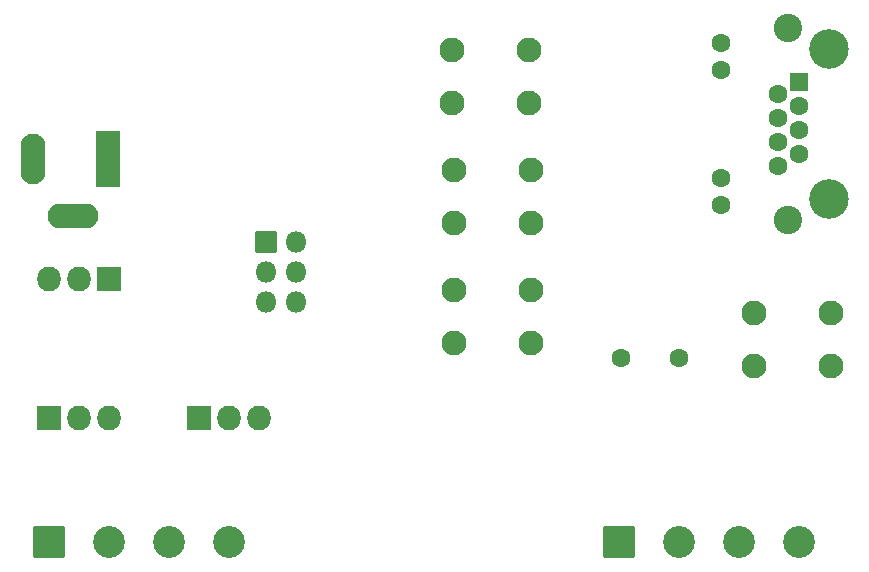
<source format=gbr>
%TF.GenerationSoftware,KiCad,Pcbnew,(6.0.0)*%
%TF.CreationDate,2022-01-26T18:23:26-07:00*%
%TF.ProjectId,PantryLights,50616e74-7279-44c6-9967-6874732e6b69,rev?*%
%TF.SameCoordinates,Original*%
%TF.FileFunction,Soldermask,Bot*%
%TF.FilePolarity,Negative*%
%FSLAX46Y46*%
G04 Gerber Fmt 4.6, Leading zero omitted, Abs format (unit mm)*
G04 Created by KiCad (PCBNEW (6.0.0)) date 2022-01-26 18:23:26*
%MOMM*%
%LPD*%
G01*
G04 APERTURE LIST*
G04 Aperture macros list*
%AMRoundRect*
0 Rectangle with rounded corners*
0 $1 Rounding radius*
0 $2 $3 $4 $5 $6 $7 $8 $9 X,Y pos of 4 corners*
0 Add a 4 corners polygon primitive as box body*
4,1,4,$2,$3,$4,$5,$6,$7,$8,$9,$2,$3,0*
0 Add four circle primitives for the rounded corners*
1,1,$1+$1,$2,$3*
1,1,$1+$1,$4,$5*
1,1,$1+$1,$6,$7*
1,1,$1+$1,$8,$9*
0 Add four rect primitives between the rounded corners*
20,1,$1+$1,$2,$3,$4,$5,0*
20,1,$1+$1,$4,$5,$6,$7,0*
20,1,$1+$1,$6,$7,$8,$9,0*
20,1,$1+$1,$8,$9,$2,$3,0*%
G04 Aperture macros list end*
%ADD10RoundRect,0.050800X-0.850000X-0.850000X0.850000X-0.850000X0.850000X0.850000X-0.850000X0.850000X0*%
%ADD11O,1.801600X1.801600*%
%ADD12C,2.101600*%
%ADD13RoundRect,0.050800X-1.300000X-1.300000X1.300000X-1.300000X1.300000X1.300000X-1.300000X1.300000X0*%
%ADD14C,2.701600*%
%ADD15C,1.601600*%
%ADD16C,2.401600*%
%ADD17C,3.351600*%
%ADD18RoundRect,0.050800X-0.750000X0.750000X-0.750000X-0.750000X0.750000X-0.750000X0.750000X0.750000X0*%
%ADD19RoundRect,0.050800X-1.000000X2.300000X-1.000000X-2.300000X1.000000X-2.300000X1.000000X2.300000X0*%
%ADD20O,2.101600X4.301600*%
%ADD21O,4.301600X2.101600*%
%ADD22O,2.006600X2.101600*%
%ADD23RoundRect,0.050800X0.952500X1.000000X-0.952500X1.000000X-0.952500X-1.000000X0.952500X-1.000000X0*%
%ADD24RoundRect,0.050800X-0.952500X-1.000000X0.952500X-1.000000X0.952500X1.000000X-0.952500X1.000000X0*%
G04 APERTURE END LIST*
D10*
%TO.C,J5*%
X130805000Y-91455000D03*
D11*
X133345000Y-91455000D03*
X130805000Y-93995000D03*
X133345000Y-93995000D03*
X130805000Y-96535000D03*
X133345000Y-96535000D03*
%TD*%
D12*
%TO.C,SW3*%
X146610000Y-75220000D03*
X146610000Y-79720000D03*
X153110000Y-75220000D03*
X153110000Y-79720000D03*
%TD*%
%TO.C,SW2*%
X153260000Y-89880000D03*
X153260000Y-85380000D03*
X146760000Y-89880000D03*
X146760000Y-85380000D03*
%TD*%
%TO.C,SW1*%
X153260000Y-100040000D03*
X153260000Y-95540000D03*
X146760000Y-100040000D03*
X146760000Y-95540000D03*
%TD*%
D13*
%TO.C,J4*%
X160730000Y-116920000D03*
D14*
X165810000Y-116920000D03*
X170890000Y-116920000D03*
X175970000Y-116920000D03*
%TD*%
D13*
%TO.C,J3*%
X112470006Y-116920010D03*
D14*
X117550006Y-116920010D03*
X122630006Y-116920010D03*
X127710006Y-116920010D03*
%TD*%
D15*
%TO.C,J2*%
X169370000Y-88360000D03*
X169370000Y-86070000D03*
X169370000Y-76930000D03*
X169370000Y-74640000D03*
D16*
X175080000Y-73370000D03*
X175080000Y-89630000D03*
D17*
X178510000Y-87850000D03*
X178510000Y-75150000D03*
D15*
X174190000Y-85052000D03*
X174190000Y-83020000D03*
X174190000Y-80988000D03*
X174190000Y-78956000D03*
X175970000Y-84036000D03*
X175970000Y-82004000D03*
X175970000Y-79972000D03*
D18*
X175970000Y-77940000D03*
%TD*%
D19*
%TO.C,J1*%
X117425000Y-84455000D03*
D20*
X111125000Y-84455000D03*
D21*
X114525000Y-89255000D03*
%TD*%
D15*
%TO.C,Y1*%
X165810000Y-101310000D03*
X160930000Y-101310000D03*
%TD*%
D22*
%TO.C,U2*%
X112470000Y-94615000D03*
X115010000Y-94615000D03*
D23*
X117550000Y-94615000D03*
%TD*%
D12*
%TO.C,SW4*%
X172160000Y-97500000D03*
X172160000Y-102000000D03*
X178660000Y-97500000D03*
X178660000Y-102000000D03*
%TD*%
D24*
%TO.C,Q2*%
X125170000Y-106390000D03*
D22*
X127710000Y-106390000D03*
X130250000Y-106390000D03*
%TD*%
D24*
%TO.C,Q1*%
X112470000Y-106390000D03*
D22*
X115010000Y-106390000D03*
X117550000Y-106390000D03*
%TD*%
M02*

</source>
